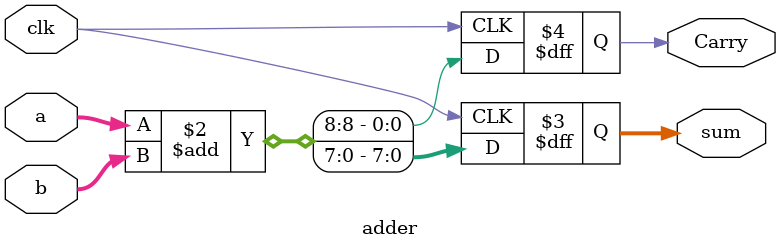
<source format=sv>
module adder ( 
    input  logic clk,
    input  logic [7:0] a,
    input  logic [7:0] b,
    output logic [7:0] sum,
    output logic Carry
);
    always_ff @( posedge clk )
    begin
        {Carry,sum} <= a + b ;
    
    end

endmodule
</source>
